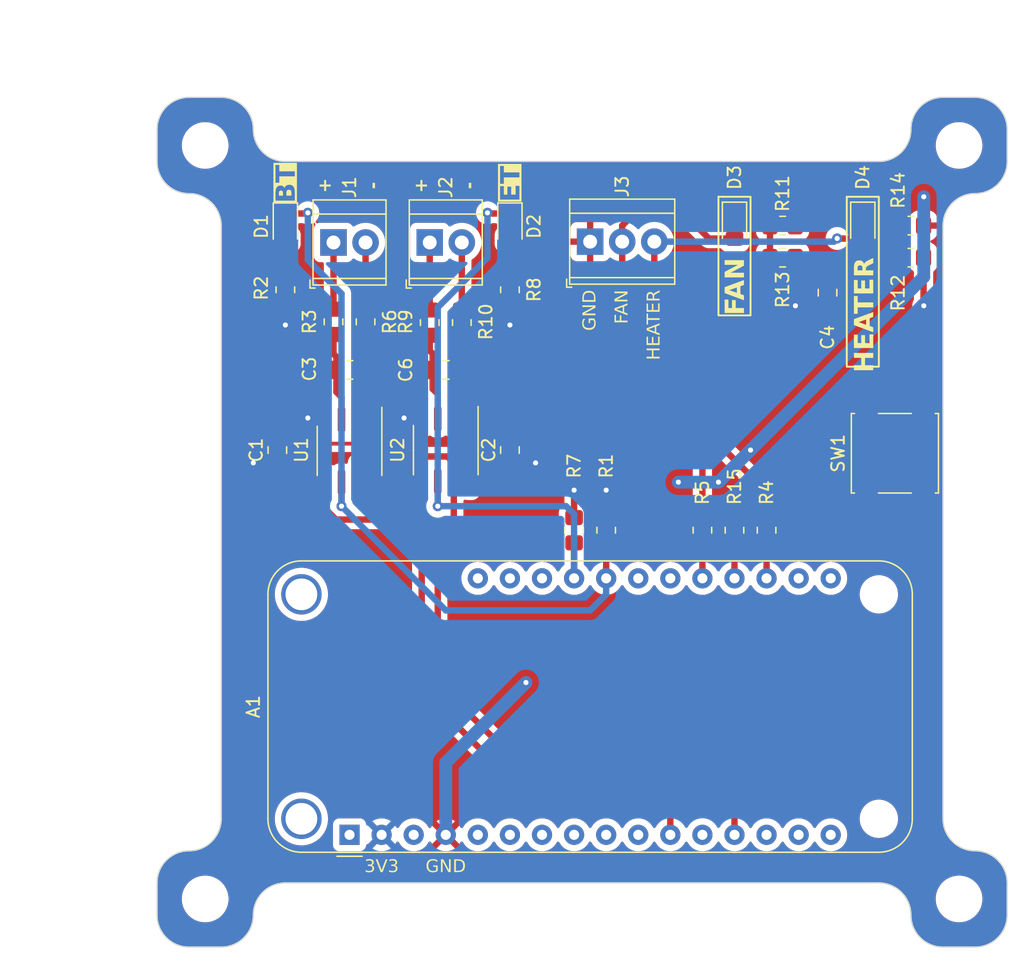
<source format=kicad_pcb>
(kicad_pcb (version 20221018) (generator pcbnew)
  (layers (0 "F.Cu" signal) (31 "B.Cu" signal) (34 "B.Paste" user) (35 "F.Paste" user) (36 "B.SilkS" user "B.Silkscreen") (37 "F.SilkS" user "F.Silkscreen") (38 "B.Mask" user) (39 "F.Mask" user) (44 "Edge.Cuts" user))
  (net 0 "")
  (net 1 "+3V3")
  (net 3 "GND")
  (net 4 "/sck")
  (net 5 "/miso")
  (net 6 "Net-(A1-A6{slash}IO14)")
  (net 7 "Net-(A1-A8{slash}IO15)")
  (net 8 "/t1_cs")
  (net 9 "/t2_cs")
  (net 12 "Net-(U1-T+)")
  (net 13 "Net-(U1-T-)")
  (net 14 "Net-(U2-T+)")
  (net 15 "Net-(U2-T-)")
  (net 16 "Net-(D1-A)")
  (net 17 "Net-(D2-A)")
  (net 18 "/fan")
  (net 19 "/heater")
  (net 20 "Net-(J1-Pin_1)")
  (net 21 "Net-(J1-Pin_2)")
  (net 22 "Net-(J2-Pin_1)")
  (net 23 "Net-(J2-Pin_2)")
  (net 24 "Net-(D3-K)")
  (net 25 "Net-(D4-K)")
  (net 39 "/button")
  (footprint "Resistor_SMD:R_0805_2012Metric_Pad1.20x1.40mm_HandSolder" (layer "F.Cu") (at 118.11 64.835 -90)
    (fp_text reference "R9" (at -0.065 1.905 90) (layer "F.SilkS"))
    (fp_text value "0")
    (fp_line (start -0.227064 -0.735) (end 0.227064 -0.735) (stroke (width 0.12)) (layer "F.SilkS"))
    (fp_line (start -0.227064 0.735) (end 0.227064 0.735) (stroke (width 0.12)) (layer "F.SilkS"))
    (pad "1" smd roundrect (at -1 0 270) (size 1.2 1.4) (layers "F.Cu" "F.Paste" "F.Mask") (roundrect_rratio 0.2083333333) (net 22 "Net-(J2-Pin_1)"))
    (pad "2" smd roundrect (at 1 0 270) (size 1.2 1.4) (layers "F.Cu" "F.Paste" "F.Mask") (roundrect_rratio 0.2083333333) (net 14 "Net-(U2-T+)"))
  )
  (footprint "LED_SMD:LED_0805_2012Metric_Pad1.15x1.40mm_HandSolder" (layer "F.Cu") (at 124.46 57.215 -90)
    (fp_text reference "D2" (at 0 -1.905 90) (layer "F.SilkS"))
    (fp_text value "LED")
    (fp_line (start -1.86 -0.96) (end -1.86 0.96) (stroke (width 0.12)) (layer "F.SilkS"))
    (fp_line (start -1.86 0.96) (end 1 0.96) (stroke (width 0.12)) (layer "F.SilkS"))
    (fp_line (start 1 -0.96) (end -1.86 -0.96) (stroke (width 0.12)) (layer "F.SilkS"))
    (pad "1" smd roundrect (at -1.025 0 270) (size 1.15 1.4) (layers "F.Cu" "F.Paste" "F.Mask") (roundrect_rratio 0.2173913043) (net 9 "/t2_cs"))
    (pad "2" smd roundrect (at 1.025 0 270) (size 1.15 1.4) (layers "F.Cu" "F.Paste" "F.Mask") (roundrect_rratio 0.2173913043) (net 17 "Net-(D2-A)"))
  )
  (footprint "Capacitor_SMD:C_0805_2012Metric_Pad1.18x1.45mm_HandSolder" (layer "F.Cu") (at 149.606 62.4625 90)
    (fp_text reference "C4" (at -3.5345 0 90) (layer "F.SilkS"))
    (fp_text value "10u")
    (fp_line (start -0.261252 -0.735) (end 0.261252 -0.735) (stroke (width 0.12)) (layer "F.SilkS"))
    (fp_line (start -0.261252 0.735) (end 0.261252 0.735) (stroke (width 0.12)) (layer "F.SilkS"))
    (pad "1" smd roundrect (at -1.0375 0 90) (size 1.175 1.45) (layers "F.Cu" "F.Paste" "F.Mask") (roundrect_rratio 0.2127659574) (net 1 "+3V3"))
    (pad "2" smd roundrect (at 1.0375 0 90) (size 1.175 1.45) (layers "F.Cu" "F.Paste" "F.Mask") (roundrect_rratio 0.2127659574) (net 3 "GND"))
  )
  (footprint "Resistor_SMD:R_0805_2012Metric_Pad1.20x1.40mm_HandSolder" (layer "F.Cu") (at 110.49 64.77 -90)
    (fp_text reference "R3" (at 0 1.905 90) (layer "F.SilkS"))
    (fp_text value "0")
    (fp_line (start -0.227064 -0.735) (end 0.227064 -0.735) (stroke (width 0.12)) (layer "F.SilkS"))
    (fp_line (start -0.227064 0.735) (end 0.227064 0.735) (stroke (width 0.12)) (layer "F.SilkS"))
    (pad "1" smd roundrect (at -1 0 270) (size 1.2 1.4) (layers "F.Cu" "F.Paste" "F.Mask") (roundrect_rratio 0.2083333333) (net 20 "Net-(J1-Pin_1)"))
    (pad "2" smd roundrect (at 1 0 270) (size 1.2 1.4) (layers "F.Cu" "F.Paste" "F.Mask") (roundrect_rratio 0.2083333333) (net 12 "Net-(U1-T+)"))
  )
  (footprint "Package_SO:SOIC-8_3.9x4.9mm_P1.27mm" (layer "F.Cu") (at 119.38 74.93 -90)
    (fp_text reference "U2" (at 0 3.81 90) (layer "F.SilkS"))
    (fp_text value "MAX31855KASA")
    (fp_line (start 0 -2.56) (end -3.45 -2.56) (stroke (width 0.12)) (layer "F.SilkS"))
    (fp_line (start 0 -2.56) (end 1.95 -2.56) (stroke (width 0.12)) (layer "F.SilkS"))
    (fp_line (start 0 2.56) (end -1.95 2.56) (stroke (width 0.12)) (layer "F.SilkS"))
    (fp_line (start 0 2.56) (end 1.95 2.56) (stroke (width 0.12)) (layer "F.SilkS"))
    (pad "1" smd roundrect (at -2.475 -1.905 270) (size 1.95 0.6) (layers "F.Cu" "F.Paste" "F.Mask") (net 3 "GND"))
    (pad "2" smd roundrect (at -2.475 -0.635 270) (size 1.95 0.6) (layers "F.Cu" "F.Paste" "F.Mask") (net 15 "Net-(U2-T-)"))
    (pad "3" smd roundrect (at -2.475 0.635 270) (size 1.95 0.6) (layers "F.Cu" "F.Paste" "F.Mask") (net 14 "Net-(U2-T+)"))
    (pad "4" smd roundrect (at -2.475 1.905 270) (size 1.95 0.6) (layers "F.Cu" "F.Paste" "F.Mask") (net 1 "+3V3"))
    (pad "5" smd roundrect (at 2.475 1.905 270) (size 1.95 0.6) (layers "F.Cu" "F.Paste" "F.Mask") (net 4 "/sck"))
    (pad "6" smd roundrect (at 2.475 0.635 270) (size 1.95 0.6) (layers "F.Cu" "F.Paste" "F.Mask") (net 9 "/t2_cs"))
    (pad "7" smd roundrect (at 2.475 -0.635 270) (size 1.95 0.6) (layers "F.Cu" "F.Paste" "F.Mask") (net 5 "/miso"))
    (pad "8" smd roundrect (at 2.475 -1.905 270) (size 1.95 0.6) (layers "F.Cu" "F.Paste" "F.Mask"))
  )
  (footprint "Capacitor_SMD:C_0805_2012Metric_Pad1.18x1.45mm_HandSolder" (layer "F.Cu") (at 124.46 74.93 90)
    (fp_text reference "C2" (at 0 -1.68 90) (layer "F.SilkS"))
    (fp_text value "10u")
    (fp_line (start -0.261252 -0.735) (end 0.261252 -0.735) (stroke (width 0.12)) (layer "F.SilkS"))
    (fp_line (start -0.261252 0.735) (end 0.261252 0.735) (stroke (width 0.12)) (layer "F.SilkS"))
    (pad "1" smd roundrect (at -1.0375 0 90) (size 1.175 1.45) (layers "F.Cu" "F.Paste" "F.Mask") (roundrect_rratio 0.2127659574) (net 1 "+3V3"))
    (pad "2" smd roundrect (at 1.0375 0 90) (size 1.175 1.45) (layers "F.Cu" "F.Paste" "F.Mask") (roundrect_rratio 0.2127659574) (net 3 "GND"))
  )
  (footprint "Resistor_SMD:R_0805_2012Metric_Pad1.20x1.40mm_HandSolder" (layer "F.Cu") (at 124.46 62.23 -90)
    (fp_text reference "R8" (at 0 -1.905 90) (layer "F.SilkS"))
    (fp_text value "330")
    (fp_line (start -0.227064 -0.735) (end 0.227064 -0.735) (stroke (width 0.12)) (layer "F.SilkS"))
    (fp_line (start -0.227064 0.735) (end 0.227064 0.735) (stroke (width 0.12)) (layer "F.SilkS"))
    (pad "1" smd roundrect (at -1 0 270) (size 1.2 1.4) (layers "F.Cu" "F.Paste" "F.Mask") (roundrect_rratio 0.2083333333) (net 17 "Net-(D2-A)"))
    (pad "2" smd roundrect (at 1 0 270) (size 1.2 1.4) (layers "F.Cu" "F.Paste" "F.Mask") (roundrect_rratio 0.2083333333) (net 1 "+3V3"))
  )
  (footprint "Resistor_SMD:R_0805_2012Metric_Pad1.20x1.40mm_HandSolder" (layer "F.Cu") (at 146.05 57.15 180)
    (fp_text reference "R13" (at 0 -5.08 90) (layer "F.SilkS"))
    (fp_text value "330")
    (fp_line (start -0.227064 -0.735) (end 0.227064 -0.735) (stroke (width 0.12)) (layer "F.SilkS"))
    (fp_line (start -0.227064 0.735) (end 0.227064 0.735) (stroke (width 0.12)) (layer "F.SilkS"))
    (pad "1" smd roundrect (at -1 0 180) (size 1.2 1.4) (layers "F.Cu" "F.Paste" "F.Mask") (roundrect_rratio 0.2083333333) (net 3 "GND"))
    (pad "2" smd roundrect (at 1 0 180) (size 1.2 1.4) (layers "F.Cu" "F.Paste" "F.Mask") (roundrect_rratio 0.2083333333) (net 24 "Net-(D3-K)"))
  )
  (footprint "LED_SMD:LED_0805_2012Metric_Pad1.15x1.40mm_HandSolder" (layer "F.Cu") (at 106.68 57.215 -90)
    (fp_text reference "D1" (at 0 1.905 90) (layer "F.SilkS"))
    (fp_text value "LED")
    (fp_line (start -1.86 -0.96) (end -1.86 0.96) (stroke (width 0.12)) (layer "F.SilkS"))
    (fp_line (start -1.86 0.96) (end 1 0.96) (stroke (width 0.12)) (layer "F.SilkS"))
    (fp_line (start 1 -0.96) (end -1.86 -0.96) (stroke (width 0.12)) (layer "F.SilkS"))
    (pad "1" smd roundrect (at -1.025 0 270) (size 1.15 1.4) (layers "F.Cu" "F.Paste" "F.Mask") (roundrect_rratio 0.2173913043) (net 8 "/t1_cs"))
    (pad "2" smd roundrect (at 1.025 0 270) (size 1.15 1.4) (layers "F.Cu" "F.Paste" "F.Mask") (roundrect_rratio 0.2173913043) (net 16 "Net-(D1-A)"))
  )
  (footprint "LED_SMD:LED_0805_2012Metric_Pad1.15x1.40mm_HandSolder" (layer "F.Cu") (at 142.24 57.15 -90)
    (fp_text reference "D3" (at -3.81 0 90) (layer "F.SilkS"))
    (fp_text value "LED")
    (fp_line (start -1.86 -0.96) (end -1.86 0.96) (stroke (width 0.12)) (layer "F.SilkS"))
    (fp_line (start -1.86 0.96) (end 1 0.96) (stroke (width 0.12)) (layer "F.SilkS"))
    (fp_line (start 1 -0.96) (end -1.86 -0.96) (stroke (width 0.12)) (layer "F.SilkS"))
    (pad "1" smd roundrect (at -1.025 0 270) (size 1.15 1.4) (layers "F.Cu" "F.Paste" "F.Mask") (roundrect_rratio 0.2173913043) (net 24 "Net-(D3-K)"))
    (pad "2" smd roundrect (at 1.025 0 270) (size 1.15 1.4) (layers "F.Cu" "F.Paste" "F.Mask") (roundrect_rratio 0.2173913043) (net 18 "/fan"))
  )
  (footprint "MountingHole:MountingHole_3.2mm_M3" (layer "F.Cu") (at 160.02 110.49)
    (fp_text reference "H7" hide)
    (fp_text value "MountingHole")
    (pad "" np_thru_hole circle (at 0 0) (size 3.2 3.2) (drill 3.2) (layers "*.Cu" "*.Mask"))
  )
  (footprint "TerminalBlock_TE-Connectivity:TerminalBlock_TE_282834-3_1x03_P2.54mm_Horizontal" (layer "F.Cu") (at 130.81 58.42)
    (fp_text reference "J3" (at 2.54 -4.37 90) (layer "F.SilkS"))
    (fp_text value "Screw_Terminal_01x03")
    (fp_line (start -1.86 2.97) (end -1.86 3.61) (stroke (width 0.12)) (layer "F.SilkS"))
    (fp_line (start -1.86 3.61) (end -1.46 3.61) (stroke (width 0.12)) (layer "F.SilkS"))
    (fp_line (start -1.62 -3.37) (end -1.62 3.37) (stroke (width 0.12)) (layer "F.SilkS"))
    (fp_line (start -1.62 -3.37) (end 6.7 -3.37) (stroke (width 0.12)) (layer "F.SilkS"))
    (fp_line (start -1.62 -2.25) (end 6.7 -2.25) (stroke (width 0.12)) (layer "F.SilkS"))
    (fp_line (start -1.62 2.85) (end 6.7 2.85) (stroke (width 0.12)) (layer "F.SilkS"))
    (fp_line (start -1.62 3.37) (end 6.7 3.37) (stroke (width 0.12)) (layer "F.SilkS"))
    (fp_line (start 6.7 -3.37) (end 6.7 3.37) (stroke (width 0.12)) (layer "F.SilkS"))
    (pad "1" thru_hole rect (at 0 0) (size 2.1 2.1) (drill 1.1) (layers "*.Cu" "*.Mask") (net 3 "GND"))
    (pad "2" thru_hole circle (at 2.54 0) (size 2.1 2.1) (drill 1.1) (layers "*.Cu" "*.Mask") (net 18 "/fan"))
    (pad "3" thru_hole circle (at 5.08 0) (size 2.1 2.1) (drill 1.1) (layers "*.Cu" "*.Mask") (net 19 "/heater"))
  )
  (footprint "Resistor_SMD:R_0805_2012Metric_Pad1.20x1.40mm_HandSolder" (layer "F.Cu") (at 106.68 62.23 -90)
    (fp_text reference "R2" (at -0.127 1.905 90) (layer "F.SilkS"))
    (fp_text value "330")
    (fp_line (start -0.227064 -0.735) (end 0.227064 -0.735) (stroke (width 0.12)) (layer "F.SilkS"))
    (fp_line (start -0.227064 0.735) (end 0.227064 0.735) (stroke (width 0.12)) (layer "F.SilkS"))
    (pad "1" smd roundrect (at -1 0 270) (size 1.2 1.4) (layers "F.Cu" "F.Paste" "F.Mask") (roundrect_rratio 0.2083333333) (net 16 "Net-(D1-A)"))
    (pad "2" smd roundrect (at 1 0 270) (size 1.2 1.4) (layers "F.Cu" "F.Paste" "F.Mask") (roundrect_rratio 0.2083333333) (net 1 "+3V3"))
  )
  (footprint "TerminalBlock_TE-Connectivity:TerminalBlock_TE_282834-2_1x02_P2.54mm_Horizontal" (layer "F.Cu") (at 110.49 58.485)
    (fp_text reference "J1" (at 1.27 -4.37 90) (layer "F.SilkS"))
    (fp_text value "Screw_Terminal_01x02")
    (fp_line (start -1.86 2.97) (end -1.86 3.61) (stroke (width 0.12)) (layer "F.SilkS"))
    (fp_line (start -1.86 3.61) (end -1.46 3.61) (stroke (width 0.12)) (layer "F.SilkS"))
    (fp_line (start -1.62 -3.37) (end -1.62 3.37) (stroke (width 0.12)) (layer "F.SilkS"))
    (fp_line (start -1.62 -3.37) (end 4.16 -3.37) (stroke (width 0.12)) (layer "F.SilkS"))
    (fp_line (start -1.62 -2.25) (end 4.16 -2.25) (stroke (width 0.12)) (layer "F.SilkS"))
    (fp_line (start -1.62 2.85) (end 4.16 2.85) (stroke (width 0.12)) (layer "F.SilkS"))
    (fp_line (start -1.62 3.37) (end 4.16 3.37) (stroke (width 0.12)) (layer "F.SilkS"))
    (fp_line (start 4.16 -3.37) (end 4.16 3.37) (stroke (width 0.12)) (layer "F.SilkS"))
    (pad "1" thru_hole rect (at 0 0) (size 2.1 2.1) (drill 1.1) (layers "*.Cu" "*.Mask") (net 20 "Net-(J1-Pin_1)"))
    (pad "2" thru_hole circle (at 2.54 0) (size 2.1 2.1) (drill 1.1) (layers "*.Cu" "*.Mask") (net 21 "Net-(J1-Pin_2)"))
  )
  (footprint "Capacitor_SMD:C_0805_2012Metric_Pad1.18x1.45mm_HandSolder" (layer "F.Cu") (at 111.76 68.58)
    (fp_text reference "C3" (at -3.175 -0.065 90) (layer "F.SilkS"))
    (fp_text value "10n")
    (fp_line (start -0.261252 -0.735) (end 0.261252 -0.735) (stroke (width 0.12)) (layer "F.SilkS"))
    (fp_line (start -0.261252 0.735) (end 0.261252 0.735) (stroke (width 0.12)) (layer "F.SilkS"))
    (pad "1" smd roundrect (at -1.0375 0) (size 1.175 1.45) (layers "F.Cu" "F.Paste" "F.Mask") (roundrect_rratio 0.2127659574) (net 12 "Net-(U1-T+)"))
    (pad "2" smd roundrect (at 1.0375 0) (size 1.175 1.45) (layers "F.Cu" "F.Paste" "F.Mask") (roundrect_rratio 0.2127659574) (net 13 "Net-(U1-T-)"))
  )
  (footprint "Resistor_SMD:R_0805_2012Metric_Pad1.20x1.40mm_HandSolder" (layer "F.Cu") (at 156.21 59.69 180)
    (fp_text reference "R12" (at 1.016 -2.794 90) (layer "F.SilkS"))
    (fp_text value "330")
    (fp_line (start -0.227064 -0.735) (end 0.227064 -0.735) (stroke (width 0.12)) (layer "F.SilkS"))
    (fp_line (start -0.227064 0.735) (end 0.227064 0.735) (stroke (width 0.12)) (layer "F.SilkS"))
    (pad "1" smd roundrect (at -1 0 180) (size 1.2 1.4) (layers "F.Cu" "F.Paste" "F.Mask") (roundrect_rratio 0.2083333333) (net 1 "+3V3"))
    (pad "2" smd roundrect (at 1 0 180) (size 1.2 1.4) (layers "F.Cu" "F.Paste" "F.Mask") (roundrect_rratio 0.2083333333) (net 25 "Net-(D4-K)"))
  )
  (footprint "Resistor_SMD:R_0805_2012Metric_Pad1.20x1.40mm_HandSolder" (layer "F.Cu") (at 144.78 81.28 90)
    (fp_text reference "R4" (at 1.905 0 90) (layer "F.SilkS") (effects (justify left)))
    (fp_text value "100")
    (fp_line (start -0.227064 -0.735) (end 0.227064 -0.735) (stroke (width 0.12)) (layer "F.SilkS"))
    (fp_line (start -0.227064 0.735) (end 0.227064 0.735) (stroke (width 0.12)) (layer "F.SilkS"))
    (pad "1" smd roundrect (at -1 0 90) (size 1.2 1.4) (layers "F.Cu" "F.Paste" "F.Mask") (roundrect_rratio 0.2083333333) (net 6 "Net-(A1-A6{slash}IO14)"))
    (pad "2" smd roundrect (at 1 0 90) (size 1.2 1.4) (layers "F.Cu" "F.Paste" "F.Mask") (roundrect_rratio 0.2083333333) (net 19 "/heater"))
  )
  (footprint "Resistor_SMD:R_0805_2012Metric_Pad1.20x1.40mm_HandSolder" (layer "F.Cu") (at 142.24 81.28 90)
    (fp_text reference "R15" (at 1.905 0 90) (layer "F.SilkS") (effects (justify left)))
    (fp_text value "330")
    (fp_line (start -0.227064 -0.735) (end 0.227064 -0.735) (stroke (width 0.12)) (layer "F.SilkS"))
    (fp_line (start -0.227064 0.735) (end 0.227064 0.735) (stroke (width 0.12)) (layer "F.SilkS"))
    (pad "1" smd roundrect (at -1 0 90) (size 1.2 1.4) (layers "F.Cu" "F.Paste" "F.Mask") (roundrect_rratio 0.2083333333) (net 39 "/button"))
    (pad "2" smd roundrect (at 1 0 90) (size 1.2 1.4) (layers "F.Cu" "F.Paste" "F.Mask") (roundrect_rratio 0.2083333333) (net 3 "GND"))
  )
  (footprint "MountingHole:MountingHole_3.2mm_M3" (layer "F.Cu") (at 100.33 50.8)
    (fp_text reference "H5" hide)
    (fp_text value "MountingHole")
    (pad "" np_thru_hole circle (at 0 0) (size 3.2 3.2) (drill 3.2) (layers "*.Cu" "*.Mask"))
  )
  (footprint "MountingHole:MountingHole_2.5mm" (layer "F.Cu") (at 107.95 104.14)
    (fp_text reference "H4" hide)
    (fp_text value "MountingHole")
    (pad "" np_thru_hole circle (at 0 0) (size 2.5 2.5) (drill 2.5) (layers "*.Cu" "*.Mask"))
  )
  (footprint "MountingHole:MountingHole_3.2mm_M3" (layer "F.Cu") (at 160.02 50.8)
    (fp_text reference "H6" hide)
    (fp_text value "MountingHole")
    (pad "" np_thru_hole circle (at 0 0) (size 3.2 3.2) (drill 3.2) (layers "*.Cu" "*.Mask"))
  )
  (footprint "Button_Switch_SMD:SW_SPST_B3S-1000" (layer "F.Cu") (at 154.94 75.184 90)
    (fp_text reference "SW1" (at 0 -4.5 90) (layer "F.SilkS"))
    (fp_text value "SW_Push")
    (fp_line (start -3.15 -3.45) (end 3.15 -3.45) (stroke (width 0.12)) (layer "F.SilkS"))
    (fp_line (start -3.15 -3.2) (end -3.15 -3.45) (stroke (width 0.12)) (layer "F.SilkS"))
    (fp_line (start -3.15 1.3) (end -3.15 -1.3) (stroke (width 0.12)) (layer "F.SilkS"))
    (fp_line (start -3.15 3.45) (end -3.15 3.2) (stroke (width 0.12)) (layer "F.SilkS"))
    (fp_line (start 3.15 -3.45) (end 3.15 -3.2) (stroke (width 0.12)) (layer "F.SilkS"))
    (fp_line (start 3.15 -1.3) (end 3.15 1.3) (stroke (width 0.12)) (layer "F.SilkS"))
    (fp_line (start 3.15 3.2) (end 3.15 3.45) (stroke (width 0.12)) (layer "F.SilkS"))
    (fp_line (start 3.15 3.45) (end -3.15 3.45) (stroke (width 0.12)) (layer "F.SilkS"))
    (pad "1" smd rect (at -3.975 -2.25 90) (size 1.55 1.3) (layers "F.Cu" "F.Paste" "F.Mask") (net 39 "/button"))
    (pad "1" smd rect (at 3.975 -2.25 90) (size 1.55 1.3) (layers "F.Cu" "F.Paste" "F.Mask") (net 39 "/button"))
    (pad "2" smd rect (at -3.975 2.25 90) (size 1.55 1.3) (layers "F.Cu" "F.Paste" "F.Mask") (net 1 "+3V3"))
    (pad "2" smd rect (at 3.975 2.25 90) (size 1.55 1.3) (layers "F.Cu" "F.Paste" "F.Mask") (net 1 "+3V3"))
  )
  (footprint "LED_SMD:LED_0805_2012Metric_Pad1.15x1.40mm_HandSolder" (layer "F.Cu") (at 152.4 57.15 -90)
    (fp_text reference "D4" (at -3.81 0 90) (layer "F.SilkS"))
    (fp_text value "LED")
    (fp_line (start -1.86 -0.96) (end -1.86 0.96) (stroke (width 0.12)) (layer "F.SilkS"))
    (fp_line (start -1.86 0.96) (end 1 0.96) (stroke (width 0.12)) (layer "F.SilkS"))
    (fp_line (start 1 -0.96) (end -1.86 -0.96) (stroke (width 0.12)) (layer "F.SilkS"))
    (pad "1" smd roundrect (at -1.025 0 270) (size 1.15 1.4) (layers "F.Cu" "F.Paste" "F.Mask") (roundrect_rratio 0.2173913043) (net 25 "Net-(D4-K)"))
    (pad "2" smd roundrect (at 1.025 0 270) (size 1.15 1.4) (layers "F.Cu" "F.Paste" "F.Mask") (roundrect_rratio 0.2173913043) (net 19 "/heater"))
  )
  (footprint "Resistor_SMD:R_0805_2012Metric_Pad1.20x1.40mm_HandSolder" (layer "F.Cu") (at 129.54 81.28 90)
    (fp_text reference "R7" (at 5.08 0 90) (layer "F.SilkS"))
    (fp_text value "5.1k")
    (fp_line (start -0.227064 -0.735) (end 0.227064 -0.735) (stroke (width 0.12)) (layer "F.SilkS"))
    (fp_line (start -0.227064 0.735) (end 0.227064 0.735) (stroke (width 0.12)) (layer "F.SilkS"))
    (pad "1" smd roundrect (at -1 0 90) (size 1.2 1.4) (layers "F.Cu" "F.Paste" "F.Mask") (roundrect_rratio 0.2083333333) (net 9 "/t2_cs"))
    (pad "2" smd roundrect (at 1 0 90) (size 1.2 1.4) (layers "F.Cu" "F.Paste" "F.Mask") (roundrect_rratio 0.2083333333) (net 1 "+3V3"))
  )
  (footprint "Resistor_SMD:R_0805_2012Metric_Pad1.20x1.40mm_HandSolder" (layer "F.Cu") (at 132.08 81.28 90)
    (fp_text reference "R1" (at 5.08 0 90) (layer "F.SilkS"))
    (fp_text value "5.1k")
    (fp_line (start -0.227064 -0.735) (end 0.227064 -0.735) (stroke (width 0.12)) (layer "F.SilkS"))
    (fp_line (start -0.227064 0.735) (end 0.227064 0.735) (stroke (width 0.12)) (layer "F.SilkS"))
    (pad "1" smd roundrect (at -1 0 90) (size 1.2 1.4) (layers "F.Cu" "F.Paste" "F.Mask") (roundrect_rratio 0.2083333333) (net 8 "/t1_cs"))
    (pad "2" smd roundrect (at 1 0 90) (size 1.2 1.4) (layers "F.Cu" "F.Paste" "F.Mask") (roundrect_rratio 0.2083333333) (net 1 "+3V3"))
  )
  (footprint "MountingHole:MountingHole_2.5mm" (layer "F.Cu") (at 107.95 86.36)
    (fp_text reference "H1" hide)
    (fp_text value "MountingHole")
    (pad "" np_thru_hole circle (at 0 0) (size 2.5 2.5) (drill 2.5) (layers "*.Cu" "*.Mask"))
  )
  (footprint "Module:Adafruit_Feather_WithMountingHoles" (layer "F.Cu") (at 111.76 105.41 90)
    (fp_text reference "A1" (at 10.16 -7.62 90) (layer "F.SilkS"))
    (fp_text value "Adafruit_Feather_HUZZAH32_ESP32")
    (fp_line (start -1.7 1) (end -1.7 -1) (stroke (width 0.12)) (layer "F.SilkS"))
    (fp_line (start -1.38 -3.81) (end -1.38 41.91) (stroke (width 0.12)) (layer "F.SilkS"))
    (fp_line (start 19.05 -6.46) (end 1.27 -6.46) (stroke (width 0.12)) (layer "F.SilkS"))
    (fp_line (start 19.05 44.56) (end 1.27 44.56) (stroke (width 0.12)) (layer "F.SilkS"))
    (fp_line (start 21.7 -3.81) (end 21.7 41.91) (stroke (width 0.12)) (layer "F.SilkS"))
    (fp_arc (start -1.38 -3.81) (mid -0.603833 -5.683833) (end 1.27 -6.46) (stroke (width 0.12)) (layer "F.SilkS"))
    (fp_arc (start 1.27 44.56) (mid -0.603833 43.783833) (end -1.38 41.91) (stroke (width 0.12)) (layer "F.SilkS"))
    (fp_arc (start 19.05 -6.46) (mid 20.923833 -5.683833) (end 21.7 -3.81) (stroke (width 0.12)) (layer "F.SilkS"))
    (fp_arc (start 21.7 41.91) (mid 20.923833 43.783833) (end 19.05 44.56) (stroke (width 0.12)) (layer "F.SilkS"))
    (pad "" np_thru_hole circle (at 1.27 -3.81) (size 3.2 3.2) (drill 2.5) (layers "*.Cu" "*.Mask"))
    (pad "" np_thru_hole circle (at 1.27 41.91) (size 2.54 2.54) (drill 2.54) (layers "*.Cu" "*.Mask"))
    (pad "" np_thru_hole circle (at 19.05 -3.81) (size 3.2 3.2) (drill 2.5) (layers "*.Cu" "*.Mask"))
    (pad "" np_thru_hole circle (at 19.05 41.91) (size 2.54 2.54) (drill 2.54) (layers "*.Cu" "*.Mask"))
    (pad "1" thru_hole rect (at 0 0 270) (size 1.6 1.6) (drill 0.8) (layers "*.Cu" "*.Mask"))
    (pad "2" thru_hole circle (at 0 2.54 270) (size 1.6 1.6) (drill 0.8) (layers "*.Cu" "*.Mask") (net 1 "+3V3"))
    (pad "3" thru_hole circle (at 0 5.08 270) (size 1.6 1.6) (drill 0.8) (layers "*.Cu" "*.Mask"))
    (pad "4" thru_hole circle (at 0 7.62 270) (size 1.6 1.6) (drill 0.8) (layers "*.Cu" "*.Mask") (net 3 "GND"))
    (pad "5" thru_hole circle (at 0 10.16 270) (size 1.6 1.6) (drill 0.8) (layers "*.Cu" "*.Mask"))
    (pad "6" thru_hole circle (at 0 12.7 270) (size 1.6 1.6) (drill 0.8) (layers "*.Cu" "*.Mask"))
    (pad "7" thru_hole circle (at 0 15.24 270) (size 1.6 1.6) (drill 0.8) (layers "*.Cu" "*.Mask"))
    (pad "8" thru_hole circle (at 0 17.78 270) (size 1.6 1.6) (drill 0.8) (layers "*.Cu" "*.Mask"))
    (pad "9" thru_hole circle (at 0 20.32 270) (size 1.6 1.6) (drill 0.8) (layers "*.Cu" "*.Mask"))
    (pad "10" thru_hole circle (at 0 22.86 270) (size 1.6 1.6) (drill 0.8) (layers "*.Cu" "*.Mask"))
    (pad "11" thru_hole circle (at 0 25.4 270) (size 1.6 1.6) (drill 0.8) (layers "*.Cu" "*.Mask") (net 4 "/sck"))
    (pad "12" thru_hole circle (at 0 27.94 270) (size 1.6 1.6) (drill 0.8) (layers "*.Cu" "*.Mask"))
    (pad "13" thru_hole circle (at 0 30.48 270) (size 1.6 1.6) (drill 0.8) (layers "*.Cu" "*.Mask") (net 5 "/miso"))
    (pad "14" thru_hole circle (at 0 33.02 270) (size 1.6 1.6) (drill 0.8) (layers "*.Cu" "*.Mask"))
    (pad "15" thru_hole circle (at 0 35.56 270) (size 1.6 1.6) (drill 0.8) (layers "*.Cu" "*.Mask"))
    (pad "16" thru_hole circle (at 0 38.1 270) (size 1.6 1.6) (drill 0.8) (layers "*.Cu" "*.Mask"))
    (pad "17" thru_hole circle (at 20.32 38.1 270) (size 1.6 1.6) (drill 0.8) (layers "*.Cu" "*.Mask"))
    (pad "18" thru_hole circle (at 20.32 35.56 270) (size 1.6 1.6) (drill 0.8) (layers "*.Cu" "*.Mask"))
    (pad "19" thru_hole circle (at 20.32 33.02 270) (size 1.6 1.6) (drill 0.8) (layers "*.Cu" "*.Mask") (net 6 "Net-(A1-A6{slash}IO14)"))
    (pad "20" thru_hole circle (at 20.32 30.48 270) (size 1.6 1.6) (drill 0.8) (layers "*.Cu" "*.Mask") (net 39 "/button"))
    (pad "21" thru_hole circle (at 20.32 27.94 270) (size 1.6 1.6) (drill 0.8) (layers "*.Cu" "*.Mask") (net 7 "Net-(A1-A8{slash}IO15)"))
    (pad "22" thru_hole circle (at 20.32 25.4 270) (size 1.6 1.6) (drill 0.8) (layers "*.Cu" "*.Mask"))
    (pad "23" thru_hole circle (at 20.32 22.86 270) (size 1.6 1.6) (drill 0.8) (layers "*.Cu" "*.Mask"))
    (pad "24" thru_hole circle (at 20.32 20.32 270) (size 1.6 1.6) (drill 0.8) (layers "*.Cu" "*.Mask") (net 8 "/t1_cs"))
    (pad "25" thru_hole circle (at 20.32 17.78 270) (size 1.6 1.6) (drill 0.8) (layers "*.Cu" "*.Mask") (net 9 "/t2_cs"))
    (pad "26" thru_hole circle (at 20.32 15.24 270) (size 1.6 1.6) (drill 0.8) (layers "*.Cu" "*.Mask"))
    (pad "27" thru_hole circle (at 20.32 12.7 270) (size 1.6 1.6) (drill 0.8) (layers "*.Cu" "*.Mask"))
    (pad "28" thru_hole circle (at 20.32 10.16 270) (size 1.6 1.6) (drill 0.8) (layers "*.Cu" "*.Mask"))
  )
  (footprint "MountingHole:MountingHole_3.2mm_M3" (layer "F.Cu") (at 100.33 110.49)
    (fp_text reference "H8" hide)
    (fp_text value "MountingHole")
    (pad "" np_thru_hole circle (at 0 0) (size 3.2 3.2) (drill 3.2) (layers "*.Cu" "*.Mask"))
  )
  (footprint "TerminalBlock_TE-Connectivity:TerminalBlock_TE_282834-2_1x02_P2.54mm_Horizontal" (layer "F.Cu") (at 118.11 58.485)
    (fp_text reference "J2" (at 1.27 -4.37 90) (layer "F.SilkS"))
    (fp_text value "Screw_Terminal_01x02")
    (fp_line (start -1.86 2.97) (end -1.86 3.61) (stroke (width 0.12)) (layer "F.SilkS"))
    (fp_line (start -1.86 3.61) (end -1.46 3.61) (stroke (width 0.12)) (layer "F.SilkS"))
    (fp_line (start -1.62 -3.37) (end -1.62 3.37) (stroke (width 0.12)) (layer "F.SilkS"))
    (fp_line (start -1.62 -3.37) (end 4.16 -3.37) (stroke (width 0.12)) (layer "F.SilkS"))
    (fp_line (start -1.62 -2.25) (end 4.16 -2.25) (stroke (width 0.12)) (layer "F.SilkS"))
    (fp_line (start -1.62 2.85) (end 4.16 2.85) (stroke (width 0.12)) (layer "F.SilkS"))
    (fp_line (start -1.62 3.37) (end 4.16 3.37) (stroke (width 0.12)) (layer "F.SilkS"))
    (fp_line (start 4.16 -3.37) (end 4.16 3.37) (stroke (width 0.12)) (layer "F.SilkS"))
    (pad "1" thru_hole rect (at 0 0) (size 2.1 2.1) (drill 1.1) (layers "*.Cu" "*.Mask") (net 22 "Net-(J2-Pin_1)"))
    (pad "2" thru_hole circle (at 2.54 0) (size 2.1 2.1) (drill 1.1) (layers "*.Cu" "*.Mask") (net 23 "Net-(J2-Pin_2)"))
  )
  (footprint "MountingHole:MountingHole_2.5mm" (layer "F.Cu") (at 153.67 104.14)
    (fp_text reference "H3" hide)
    (fp_text value "MountingHole")
    (pad "" np_thru_hole circle (at 0 0) (size 2.5 2.5) (drill 2.5) (layers "*.Cu" "*.Mask"))
  )
  (footprint "Resistor_SMD:R_0805_2012Metric_Pad1.20x1.40mm_HandSolder" (layer "F.Cu") (at 156.21 57.15 180)
    (fp_text reference "R14" (at 1.016 2.794 90) (layer "F.SilkS"))
    (fp_text value "330")
    (fp_line (start -0.227064 -0.735) (end 0.227064 -0.735) (stroke (width 0.12)) (layer "F.SilkS"))
    (fp_line (start -0.227064 0.735) (end 0.227064 0.735) (stroke (width 0.12)) (layer "F.SilkS"))
    (pad "1" smd roundrect (at -1 0 180) (size 1.2 1.4) (layers "F.Cu" "F.Paste" "F.Mask") (roundrect_rratio 0.2083333333) (net 3 "GND"))
    (pad "2" smd roundrect (at 1 0 180) (size 1.2 1.4) (layers "F.Cu" "F.Paste" "F.Mask") (roundrect_rratio 0.2083333333) (net 25 "Net-(D4-K)"))
  )
  (footprint "Resistor_SMD:R_0805_2012Metric_Pad1.20x1.40mm_HandSolder" (layer "F.Cu") (at 139.7 81.28 90)
    (fp_text reference "R5" (at 1.905 0 90) (layer "F.SilkS") (effects (justify left)))
    (fp_text value "100")
    (fp_line (start -0.227064 -0.735) (end 0.227064 -0.735) (stroke (width 0.12)) (layer "F.SilkS"))
    (fp_line (start -0.227064 0.735) (end 0.227064 0.735) (stroke (width 0.12)) (layer "F.SilkS"))
    (pad "1" smd roundrect (at -1 0 90) (size 1.2 1.4) (layers "F.Cu" "F.Paste" "F.Mask") (roundrect_rratio 0.2083333333) (net 7 "Net-(A1-A8{slash}IO15)"))
    (pad "2" smd roundrect (at 1 0 90) (size 1.2 1.4) (layers "F.Cu" "F.Paste" "F.Mask") (roundrect_rratio 0.2083333333) (net 18 "/fan"))
  )
  (footprint "Resistor_SMD:R_0805_2012Metric_Pad1.20x1.40mm_HandSolder" (layer "F.Cu") (at 120.65 64.835 -90)
    (fp_text reference "R10" (at -0.065 -1.905 90) (layer "F.SilkS"))
    (fp_text value "0")
    (fp_line (start -0.227064 -0.735) (end 0.227064 -0.735) (stroke (width 0.12)) (layer "F.SilkS"))
    (fp_line (start -0.227064 0.735) (end 0.227064 0.735) (stroke (width 0.12)) (layer "F.SilkS"))
    (pad "1" smd roundrect (at -1 0 270) (size 1.2 1.4) (layers "F.Cu" "F.Paste" "F.Mask") (roundrect_rratio 0.2083333333) (net 23 "Net-(J2-Pin_2)"))
    (pad "2" smd roundrect (at 1 0 270) (size 1.2 1.4) (layers "F.Cu" "F.Paste" "F.Mask") (roundrect_rratio 0.2083333333) (net 15 "Net-(U2-T-)"))
  )
  (footprint "Capacitor_SMD:C_0805_2012Metric_Pad1.18x1.45mm_HandSolder" (layer "F.Cu") (at 106.045 74.93 90)
    (fp_text reference "C1" (at 0 -1.68 90) (layer "F.SilkS"))
    (fp_text value "10u")
    (fp_line (start -0.261252 -0.735) (end 0.261252 -0.735) (stroke (width 0.12)) (layer "F.SilkS"))
    (fp_line (start -0.261252 0.735) (end 0.261252 0.735) (stroke (width 0.12)) (layer "F.SilkS"))
    (pad "1" smd roundrect (at -1.0375 0 90) (size 1.175 1.45) (layers "F.Cu" "F.Paste" "F.Mask") (roundrect_rratio 0.2127659574) (net 1 "+3V3"))
    (pad "2" smd roundrect (at 1.0375 0 90) (size 1.175 1.45) (layers "F.Cu" "F.Paste" "F.Mask") (roundrect_rratio 0.2127659574) (net 3 "GND"))
  )
  (footprint "Resistor_SMD:R_0805_2012Metric_Pad1.20x1.40mm_HandSolder" (layer "F.Cu") (at 146.05 59.69)
    (fp_text reference "R11" (at 0 -5.08 90) (layer "F.SilkS"))
    (fp_text value "330")
    (fp_line (start -0.227064 -0.735) (end 0.227064 -0.735) (stroke (width 0.12)) (layer "F.SilkS"))
    (fp_line (start -0.227064 0.735) (end 0.227064 0.735) (stroke (width 0.12)) (layer "F.SilkS"))
    (pad "1" smd roundrect (at -1 0) (size 1.2 1.4) (layers "F.Cu" "F.Paste" "F.Mask") (roundrect_rratio 0.2083333333) (net 24 "Net-(D3-K)"))
    (pad "2" smd roundrect (at 1 0) (size 1.2 1.4) (layers "F.Cu" "F.Paste" "F.Mask") (roundrect_rratio 0.2083333333) (net 1 "+3V3"))
  )
  (footprint "Package_SO:SOIC-8_3.9x4.9mm_P1.27mm" (layer "F.Cu") (at 111.76 74.995 -90)
    (fp_text reference "U1" (at -0.065 3.81 90) (layer "F.SilkS"))
    (fp_text value "MAX31855KASA")
    (fp_line (start 0 -2.56) (end -3.45 -2.56) (stroke (width 0.12)) (layer "F.SilkS"))
    (fp_line (start 0 -2.56) (end 1.95 -2.56) (stroke (width 0.12)) (layer "F.SilkS"))
    (fp_line (start 0 2.56) (end -1.95 2.56) (stroke (width 0.12)) (layer "F.SilkS"))
    (fp_line (start 0 2.56) (end 1.95 2.56) (stroke (width 0.12)) (layer "F.SilkS"))
    (pad "1" smd roundrect (at -2.475 -1.905 270) (size 1.95 0.6) (layers "F.Cu" "F.Paste" "F.Mask") (net 3 "GND"))
    (pad "2" smd roundrect (at -2.475 -0.635 270) (size 1.95 0.6) (layers "F.Cu" "F.Paste" "F.Mask") (net 13 "Net-(U1-T-)"))
    (pad "3" smd roundrect (at -2.475 0.635 270) (size 1.95 0.6) (layers "F.Cu" "F.Paste" "F.Mask") (net 12 "Net-(U1-T+)"))
    (pad "4" smd roundrect (at -2.475 1.905 270) (size 1.95 0.6) (layers "F.Cu" "F.Paste" "F.Mask") (net 1 "+3V3"))
    (pad "5" smd roundrect (at 2.475 1.905 270) (size 1.95 0.6) (layers "F.Cu" "F.Paste" "F.Mask") (net 4 "/sck"))
    (pad "6" smd roundrect (at 2.475 0.635 270) (size 1.95 0.6) (layers "F.Cu" "F.Paste" "F.Mask") (net 8 "/t1_cs"))
    (pad "7" smd roundrect (at 2.475 -0.635 270) (size 1.95 0.6) (layers "F.Cu" "F.Paste" "F.Mask") (net 5 "/miso"))
    (pad "8" smd roundrect (at 2.475 -1.905 270) (size 1.95 0.6) (layers "F.Cu" "F.Paste" "F.Mask"))
  )
  (footprint "Capacitor_SMD:C_0805_2012Metric_Pad1.18x1.45mm_HandSolder" (layer "F.Cu") (at 119.38 68.58)
    (fp_text reference "C6" (at -3.175 0 90) (layer "F.SilkS"))
    (fp_text value "10n")
    (fp_line (start -0.261252 -0.735) (end 0.261252 -0.735) (stroke (width 0.12)) (layer "F.SilkS"))
    (fp_line (start -0.261252 0.735) (end 0.261252 0.735) (stroke (width 0.12)) (layer "F.SilkS"))
    (pad "1" smd roundrect (at -1.0375 0) (size 1.175 1.45) (layers "F.Cu" "F.Paste" "F.Mask") (roundrect_rratio 0.2127659574) (net 14 "Net-(U2-T+)"))
    (pad "2" smd roundrect (at 1.0375 0) (size 1.175 1.45) (layers "F.Cu" "F.Paste" "F.Mask") (roundrect_rratio 0.2127659574) (net 15 "Net-(U2-T-)"))
  )
  (footprint "MountingHole:MountingHole_2.5mm" (layer "F.Cu") (at 153.67 86.36)
    (fp_text reference "H2" hide)
    (fp_text value "MountingHole")
    (pad "" np_thru_hole circle (at 0 0) (size 2.5 2.5) (drill 2.5) (layers "*.Cu" "*.Mask"))
  )
  (footprint "Resistor_SMD:R_0805_2012Metric_Pad1.20x1.40mm_HandSolder" (layer "F.Cu") (at 113.03 64.77 -90)
    (fp_text reference "R6" (at 0 -1.905 90) (layer "F.SilkS"))
    (fp_text value "0")
    (fp_line (start -0.227064 -0.735) (end 0.227064 -0.735) (stroke (width 0.12)) (layer "F.SilkS"))
    (fp_line (start -0.227064 0.735) (end 0.227064 0.735) (stroke (width 0.12)) (layer "F.SilkS"))
    (pad "1" smd roundrect (at -1 0 270) (size 1.2 1.4) (layers "F.Cu" "F.Paste" "F.Mask") (roundrect_rratio 0.2083333333) (net 21 "Net-(J1-Pin_2)"))
    (pad "2" smd roundrect (at 1 0 270) (size 1.2 1.4) (layers "F.Cu" "F.Paste" "F.Mask") (roundrect_rratio 0.2083333333) (net 13 "Net-(U1-T-)"))
  )
  (gr_rect (start 140.97 54.864) (end 143.51 64.262) (stroke (width 0.15)) (fill none) (layer "F.SilkS"))
  (gr_rect (start 151.13 54.864) (end 153.67 68.326) (stroke (width 0.15)) (fill none) (layer "F.SilkS"))
  (gr_line (start 158.75 57.15) (end 158.75 104.031051) (stroke (width 0.1)) (layer "Edge.Cuts"))
  (gr_arc (start 156.21 49.53) (mid 155.466051 51.326051) (end 153.67 52.07) (stroke (width 0.1)) (layer "Edge.Cuts"))
  (gr_line (start 96.52 49.53) (end 96.52 52.07) (stroke (width 0.1)) (layer "Edge.Cuts"))
  (gr_arc (start 163.83 52.07) (mid 163.086051 53.866051) (end 161.29 54.61) (stroke (width 0.1)) (layer "Edge.Cuts"))
  (gr_line (start 96.52 111.76) (end 96.52 109.22) (stroke (width 0.1)) (layer "Edge.Cuts"))
  (gr_arc (start 96.52 49.53) (mid 97.263949 47.733949) (end 99.06 46.99) (stroke (width 0.1)) (layer "Edge.Cuts"))
  (gr_line (start 163.83 111.76) (end 163.83 109.22) (stroke (width 0.1)) (layer "Edge.Cuts"))
  (gr_arc (start 99.06 54.61) (mid 97.263949 53.866051) (end 96.52 52.07) (stroke (width 0.1)) (layer "Edge.Cuts"))
  (gr_arc (start 163.83 111.76) (mid 163.086051 113.556051) (end 161.29 114.3) (stroke (width 0.1)) (layer "Edge.Cuts"))
  (gr_line (start 163.83 49.53) (end 163.83 52.07) (stroke (width 0.1)) (layer "Edge.Cuts"))
  (gr_arc (start 161.29 106.68) (mid 163.086051 107.423949) (end 163.83 109.22) (stroke (width 0.1)) (layer "Edge.Cuts"))
  (gr_arc (start 101.6 104.14) (mid 100.856051 105.936051) (end 99.06 106.68) (stroke (width 0.1)) (layer "Edge.Cuts"))
  (gr_line (start 161.29 46.99) (end 158.75 46.99) (stroke (width 0.1)) (layer "Edge.Cuts"))
  (gr_line (start 153.67 109.22) (end 106.68 109.22) (stroke (width 0.1)) (layer "Edge.Cuts"))
  (gr_line (start 161.29 114.3) (end 158.75 114.3) (stroke (width 0.1)) (layer "Edge.Cuts"))
  (gr_arc (start 156.21 49.53) (mid 156.953949 47.733949) (end 158.75 46.99) (stroke (width 0.1)) (layer "Edge.Cuts"))
  (gr_arc (start 99.06 54.61) (mid 100.856051 55.353949) (end 101.6 57.15) (stroke (width 0.1)) (layer "Edge.Cuts"))
  (gr_arc (start 158.75 114.3) (mid 156.953949 113.556051) (end 156.21 111.76) (stroke (width 0.1)) (layer "Edge.Cuts"))
  (gr_arc (start 104.14 111.76) (mid 104.883949 109.963949) (end 106.68 109.22) (stroke (width 0.1)) (layer "Edge.Cuts"))
  (gr_arc (start 153.67 109.22) (mid 155.466051 109.963949) (end 156.21 111.76) (stroke (width 0.1)) (layer "Edge.Cuts"))
  (gr_arc (start 99.06 114.3) (mid 97.263949 113.556051) (end 96.52 111.76) (stroke (width 0.1)) (layer "Edge.Cuts"))
  (gr_arc (start 104.14 111.76) (mid 103.396051 113.556051) (end 101.6 114.3) (stroke (width 0.1)) (layer "Edge.Cuts"))
  (gr_arc (start 101.6 46.99) (mid 103.396051 47.733949) (end 104.14 49.53) (stroke (width 0.1)) (layer "Edge.Cuts"))
  (gr_line (start 106.68 52.07) (end 153.67 52.07) (stroke (width 0.1)) (layer "Edge.Cuts"))
  (gr_line (start 99.06 114.3) (end 101.6 114.3) (stroke (width 0.1)) (layer "Edge.Cuts"))
  (gr_arc (start 161.29 46.99) (mid 163.086051 47.733949) (end 163.83 49.53) (stroke (width 0.1)) (layer "Edge.Cuts"))
  (gr_arc (start 106.68 52.07) (mid 104.883949 51.326051) (end 104.14 49.53) (stroke (width 0.1)) (layer "Edge.Cuts"))
  (gr_line (start 101.6 104.14) (end 101.6 57.15) (stroke (width 0.1)) (layer "Edge.Cuts"))
  (gr_arc (start 96.52 109.22) (mid 97.263949 107.423949) (end 99.06 106.68) (stroke (width 0.1)) (layer "Edge.Cuts"))
  (gr_arc (start 161.29 106.68) (mid 159.455869 105.897146) (end 158.752333 104.031151) (stroke (width 0.1)) (layer "Edge.Cuts"))
  (gr_arc (start 158.75 57.15) (mid 159.493949 55.353949) (end 161.29 54.61) (stroke (width 0.1)) (layer "Edge.Cuts"))
  (gr_line (start 99.06 46.99) (end 101.6 46.99) (stroke (width 0.1)) (layer "Edge.Cuts"))
  (gr_text "GND" (at 130.81 62.23 90) (layer "F.SilkS") (effects (font (size 1.016 1.016) (thickness 0.127)) (justify right)))
  (gr_text "FAN" (at 142.367 59.69 90) (layer "F.SilkS") (effects (font (size 1.5 1.5) (thickness 0.3) bold) (justify right)))
  (gr_text "BT" (at 106.807 53.848 90) (layer "F.SilkS" knockout) (effects (font (size 1.5 1.5) (thickness 0.3) bold)))
  (gr_text "-" (at 113.665 53.975 90) (layer "F.SilkS") (effects (font (size 1 1) (thickness 0.2) bold)))
  (gr_text "-" (at 121.285 53.975 90) (layer "F.SilkS") (effects (font (size 1 1) (thickness 0.2) bold)))
  (gr_text "ET" (at 124.587 53.848 90) (layer "F.SilkS" knockout) (effects (font (size 1.5 1.5) (thickness 0.3) bold)))
  (gr_text "FAN" (at 133.35 62.23 90) (layer "F.SilkS") (effects (font (size 1.016 1.016) (thickness 0.127)) (justify right)))
  (gr_text "+" (at 117.475 53.975 90) (layer "F.SilkS") (effects (font (size 1 1) (thickness 0.2) bold)))
  (gr_text "+" (at 109.855 53.975 90) (layer "F.SilkS") (effects (font (size 1 1) (thickness 0.2) bold)))
  (gr_text "3V3" (at 114.3 107.95) (layer "F.SilkS") (effects (font (size 1 1))))
  (gr_text "GND" (at 119.38 107.95) (layer "F.SilkS") (effects (font (size 1 1))))
  (gr_text "HEATER" (at 135.89 62.23 90) (layer "F.SilkS") (effects (font (size 1.016 1.016) (thickness 0.127)) (justify right)))
  (gr_text "HEATER" (at 152.6032 59.6646 90) (layer "F.SilkS") (effects (font (size 1.5 1.5) (thickness 0.3) bold) (justify right)))
  (segment (start 149.606 63.5) (end 147.065984 63.5) (width 0.508) (layer "F.Cu") (net 1))
  (segment (start 129.54 80.28) (end 129.54 78.105) (width 0.508) (layer "F.Cu") (net 1))
  (segment (start 116.078 73.66) (end 115.316 74.422) (width 0.3048) (layer "F.Cu") (net 1))
  (segment (start 116.078 72.39) (end 116.078 73.66) (width 0.3048) (layer "F.Cu") (net 1))
  (segment (start 104.1615 75.9675) (end 104.14 75.946) (width 0.508) (layer "F.Cu") (net 1))
  (segment (start 108.458 73.66) (end 108.458 72.39) (width 0.3048) (layer "F.Cu") (net 1))
  (segment (start 116.143 72.455) (end 116.078 72.39) (width 0.508) (layer "F.Cu") (net 1))
  (segment (start 124.46 75.9675) (end 126.4705 75.9675) (width 0.508) (layer "F.Cu") (net 1))
  (segment (start 109.855 72.52) (end 108.588 72.52) (width 0.508) (layer "F.Cu") (net 1))
  (segment (start 157.21 59.69) (end 157.21 63.484) (width 0.508) (layer "F.Cu") (net 1))
  (segment (start 147.05 59.69) (end 147.05 63.484016) (width 0.508) (layer "F.Cu") (net 1))
  (segment (start 147.05 63.484016) (end 147.065984 63.5) (width 0.508) (layer "F.Cu") (net 1))
  (segment (start 132.08 80.28) (end 132.08 78.105) (width 0.508) (layer "F.Cu") (net 1))
  (segment (start 108.588 72.52) (end 108.458 72.39) (width 0.508) (layer "F.Cu") (net 1))
  (segment (start 124.46 63.23) (end 124.46 65.024) (width 0.508) (layer "F.Cu") (net 1))
  (segment (start 115.316 74.422) (end 109.22 74.422) (width 0.3048) (layer "F.Cu") (net 1))
  (segment (start 106.68 63.23) (end 106.68 65.024) (width 0.508) (layer "F.Cu") (net 1))
  (segment (start 157.21 63.484) (end 157.226 63.5) (width 0.508) (layer "F.Cu") (net 1))
  (segment (start 109.22 74.422) (end 108.458 73.66) (width 0.3048) (layer "F.Cu") (net 1))
  (segment (start 117.475 72.455) (end 116.143 72.455) (width 0.508) (layer "F.Cu") (net 1))
  (segment (start 106.045 75.9675) (end 104.1615 75.9675) (width 0.508) (layer "F.Cu") (net 1))
  (segment (start 126.4705 75.9675) (end 126.492 75.946) (width 0.508) (layer "F.Cu") (net 1))
  (via (at 104.14 75.946) (size 0.8) (drill 0.4) (layers "F.Cu" "B.Cu") (net 1))
  (via (at 124.46 65.024) (size 0.8) (drill 0.4) (layers "F.Cu" "B.Cu") (net 1))
  (via (at 129.54 78.105) (size 0.8) (drill 0.4) (layers "F.Cu" "B.Cu") (net 1))
  (via (at 132.08 78.105) (size 0.8) (drill 0.4) (layers "F.Cu" "B.Cu") (net 1))
  (via (at 116.078 72.39) (size 0.8) (drill 0.4) (layers "F.Cu" "B.Cu") (net 1))
  (via (at 157.226 63.5) (size 0.8) (drill 0.4) (layers "F.Cu" "B.Cu") (net 1))
  (via (at 106.68 65.024) (size 0.8) (drill 0.4) (layers "F.Cu" "B.Cu") (net 1))
  (via (at 108.458 72.39) (size 0.8) (drill 0.4) (layers "F.Cu" "B.Cu") (net 1))
  (via (at 147.065984 63.5) (size 0.8) (drill 0.4) (layers "F.Cu" "B.Cu") (net 1))
  (via (at 126.492 75.946) (size 0.8) (drill 0.4) (layers "F.Cu" "B.Cu") (net 1))
  (via (at 140.97 77.47) (size 0.8) (drill 0.4) (layers "F.Cu" "B.Cu") (net 3))
  (via (at 137.795 77.47) (size 0.8) (drill 0.4) (layers "F.Cu" "B.Cu") (net 3))
  (via (at 143.51 74.93) (size 0.8) (drill 0.4) (layers "F.Cu" "B.Cu") (net 3))
  (via (at 157.226 54.864) (size 0.8) (drill 0.4) (layers "F.Cu" "B.Cu") (net 3))
  (via (at 125.73 93.345) (size 0.8) (drill 0.4) (layers "F.Cu" "B.Cu") (net 3))
  (segment (start 140.97 77.47) (end 143.51 74.93) (width 1.016) (layer "B.Cu") (net 3))
  (segment (start 119.38 105.41) (end 119.38 99.695) (width 1.016) (layer "B.Cu") (net 3))
  (segment (start 143.51 74.93) (end 157.226 61.214) (width 1.016) (layer "B.Cu") (net 3))
  (segment (start 119.38 99.695) (end 125.73 93.345) (width 1.016) (layer "B.Cu") (net 3))
  (segment (start 140.97 77.47) (end 137.795 77.47) (width 1.016) (layer "B.Cu") (net 3))
  (segment (start 157.226 61.214) (end 157.226 54.864) (width 1.016) (layer "B.Cu") (net 3))
  (segment (start 117.475 93.98) (end 124.46 100.965) (width 0.508) (layer "F.Cu") (net 4))
  (segment (start 135.509 100.965) (end 137.16 102.616) (width 0.508) (layer "F.Cu") (net 4))
  (segment (start 117.475 80.645) (end 117.475 93.98) (width 0.508) (layer "F.Cu") (net 4))
  (segment (start 117.475 80.645) (end 117.475 80.01) (width 0.508) (layer "F.Cu") (net 4))
  (segment (start 117.475 80.01) (end 117.475 77.405) (width 0.508) (layer "F.Cu") (net 4))
  (segment (start 117.2654 80.4354) (end 117.475 80.645) (width 0.508) (layer "F.Cu") (net 4))
  (segment (start 110.685767 80.4354) (end 117.2654 80.4354) (width 0.508) (layer "F.Cu") (net 4))
  (segment (start 109.855 79.604633) (end 110.685767 80.4354) (width 0.508) (layer "F.Cu") (net 4))
  (segment (start 109.855 77.47) (end 109.855 79.604633) (width 0.508) (layer "F.Cu") (net 4))
  (segment (start 124.46 100.965) (end 135.509 100.965) (width 0.508) (layer "F.Cu") (net 4))
  (segment (start 137.16 102.616) (end 137.16 105.3025) (width 0.508) (layer "F.Cu") (net 4))
  (segment (start 118.745 93.345) (end 125.095 99.695) (width 0.508) (layer "F.Cu") (net 5))
  (segment (start 120.015 75.946) (end 120.015 77.405) (width 0.508) (layer "F.Cu") (net 5))
  (segment (start 142.24 102.87) (end 142.24 105.3025) (width 0.508) (layer "F.Cu") (net 5))
  (segment (start 112.395 75.946) (end 112.903 75.438) (width 0.508) (layer "F.Cu") (net 5))
  (segment (start 125.095 99.695) (end 139.065 99.695) (width 0.508) (layer "F.Cu") (net 5))
  (segment (start 112.395 77.47) (end 112.395 75.946) (width 0.508) (layer "F.Cu") (net 5))
  (segment (start 119.507 75.438) (end 120.015 75.946) (width 0.508) (layer "F.Cu") (net 5))
  (segment (start 120.015 80.645) (end 118.745 81.915) (width 0.508) (layer "F.Cu") (net 5))
  (segment (start 112.903 75.438) (end 119.507 75.438) (width 0.508) (layer "F.Cu") (net 5))
  (segment (start 139.065 99.695) (end 142.24 102.87) (width 0.508) (layer "F.Cu") (net 5))
  (segment (start 118.745 81.915) (end 118.745 93.345) (width 0.508) (layer "F.Cu") (net 5))
  (segment (start 120.015 77.405) (end 120.015 80.645) (width 0.508) (layer "F.Cu") (net 5))
  (segment (start 144.78 82.28) (end 144.78 84.9825) (width 0.508) (layer "F.Cu") (net 6))
  (segment (start 139.7 82.28) (end 139.7 84.9825) (width 0.508) (layer "F.Cu") (net 7))
  (segment (start 132.08 82.28) (end 132.08 84.9825) (width 0.508) (layer "F.Cu") (net 8))
  (segment (start 106.68 56.19) (end 108.402 56.19) (width 0.508) (layer "F.Cu") (net 8))
  (segment (start 111.125 77.47) (end 111.125 79.375) (width 0.508) (layer "F.Cu") (net 8))
  (segment (start 108.402 56.19) (end 108.458 56.134) (width 0.508) (layer "F.Cu") (net 8))
  (via (at 108.458 56.134) (size 0.8) (drill 0.4) (layers "F.Cu" "B.Cu") (net 8))
  (via (at 111.125 79.375) (size 0.8) (drill 0.4) (layers "F.Cu" "B.Cu") (net 8))
  (segment (start 108.458 56.134) (end 108.458 59.8738) (width 0.508) (layer "B.Cu") (net 8))
  (segment (start 108.458 59.8738) (end 111.125 62.5408) (width 0.508) (layer "B.Cu") (net 8))
  (segment (start 119.38 87.63) (end 130.81 87.63) (width 0.508) (layer "B.Cu") (net 8))
  (segment (start 132.08 86.36) (end 132.08 84.9825) (width 0.508) (layer "B.Cu") (net 8))
  (segment (start 130.81 87.63) (end 132.08 86.36) (width 0.508) (layer "B.Cu") (net 8))
  (segment (start 111.125 79.375) (end 119.38 87.63) (width 0.508) (layer "B.Cu") (net 8))
  (segment (start 111.125 62.5408) (end 111.125 79.375) (width 0.508) (layer "B.Cu") (net 8))
  (segment (start 118.745 77.405) (end 118.745 79.375) (width 0.508) (layer "F.Cu") (net 9))
  (segment (start 122.738 56.19) (end 122.682 56.134) (width 0.508) (layer "F.Cu") (net 9))
  (segment (start 124.46 56.19) (end 122.738 56.19) (width 0.508) (layer "F.Cu") (net 9))
  (segment (start 129.54 82.28) (end 129.54 84.9825) (width 0.508) (layer "F.Cu") (net 9))
  (via (at 122.682 56.134) (size 0.8) (drill 0.4) (layers "F.Cu" "B.Cu") (net 9))
  (via (at 118.745 79.375) (size 0.8) (drill 0.4) (layers "F.Cu" "B.Cu") (net 9))
  (segment (start 118.745 63.627) (end 122.682 59.69) (width 0.508) (layer "B.Cu") (net 9))
  (segment (start 129.54 80.01) (end 129.54 84.9825) (width 0.508) (layer "B.Cu") (net 9))
  (segment (start 122.682 59.69) (end 122.682 56.134) (width 0.508) (layer "B.Cu") (net 9))
  (segment (start 118.745 79.375) (end 118.745 63.627) (width 0.508) (layer "B.Cu") (net 9))
  (segment (start 118.745 79.375) (end 128.905 79.375) (width 0.508) (layer "B.Cu") (net 9))
  (segment (start 128.905 79.375) (end 129.54 80.01) (width 0.508) (layer "B.Cu") (net 9))
  (segment (start 110.7225 68.58) (end 110.7225 67.5425) (width 0.508) (layer "F.Cu") (net 12))
  (segment (start 110.49 67.31) (end 110.49 65.77) (width 0.508) (layer "F.Cu") (net 12))
  (segment (start 110.7225 70.3365) (end 110.7225 68.58) (width 0.508) (layer "F.Cu") (net 12))
  (segment (start 111.125 72.52) (end 111.125 70.739) (width 0.508) (layer "F.Cu") (net 12))
  (segment (start 111.125 70.739) (end 110.7225 70.3365) (width 0.508) (layer "F.Cu") (net 12))
  (segment (start 110.7225 67.5425) (end 110.49 67.31) (width 0.508) (layer "F.Cu") (net 12))
  (segment (start 112.395 70.739) (end 112.7975 70.3365) (width 0.508) (layer "F.Cu") (net 13))
  (segment (start 112.7975 67.5425) (end 113.03 67.31) (width 0.508) (layer "F.Cu") (net 13))
  (segment (start 112.7975 70.3365) (end 112.7975 68.58) (width 0.508) (layer "F.Cu") (net 13))
  (segment (start 112.395 72.52) (end 112.395 70.739) (width 0.508) (layer "F.Cu") (net 13))
  (segment (start 112.7975 68.58) (end 112.7975 67.5425) (width 0.508) (layer "F.Cu") (net 13))
  (segment (start 113.03 67.31) (end 113.03 65.77) (width 0.508) (layer "F.Cu") (net 13))
  (segment (start 118.745 70.485) (end 118.3425 70.0825) (width 0.508) (layer "F.Cu") (net 14))
  (segment (start 118.11 67.056) (end 118.11 65.835) (width 0.508) (layer "F.Cu") (net 14))
  (segment (start 118.3425 70.0825) (end 118.3425 68.58) (width 0.508) (layer "F.Cu") (net 14))
  (segment (start 118.3425 68.58) (end 118.3425 67.2885) (width 0.508) (layer "F.Cu") (net 14))
  (segment (start 118.3425 67.2885) (end 118.11 67.056) (width 0.508) (layer "F.Cu") (net 14))
  (segment (start 118.745 72.455) (end 118.745 70.485) (width 0.508) (layer "F.Cu") (net 14))
  (segment (start 120.65 67.056) (end 120.65 65.835) (width 0.508) (layer "F.Cu") (net 15))
  (segment (start 120.4175 67.2885) (end 120.65 67.056) (width 0.508) (layer "F.Cu") (net 15))
  (segment (start 120.015 72.455) (end 120.015 70.485) (width 0.508) (layer "F.Cu") (net 15))
  (segment (start 120.015 70.485) (end 120.4175 70.0825) (width 0.508) (layer "F.Cu") (net 15))
  (segment (start 120.4175 70.0825) (end 120.4175 68.58) (width 0.508) (layer "F.Cu") (net 15))
  (segment (start 120.4175 68.58) (end 120.4175 67.2885) (width 0.508) (layer "F.Cu") (net 15))
  (segment (start 106.68 58.24) (end 106.68 61.23) (width 0.508) (layer "F.Cu") (net 16))
  (segment (start 124.46 58.24) (end 124.46 61.23) (width 0.508) (layer "F.Cu") (net 17))
  (segment (start 139.7 80.28) (end 139.7 69.85) (width 0.508) (layer "F.Cu") (net 18))
  (segment (start 142.24 58.175) (end 140.217 58.175) (width 0.508) (layer "F.Cu") (net 18))
  (segment (start 134.366 56.134) (end 133.35 57.15) (width 0.508) (layer "F.Cu") (net 18))
  (segment (start 140.217 58.175) (end 138.176 56.134) (width 0.508) (layer "F.Cu") (net 18))
  (segment (start 133.35 63.5) (end 133.35 58.42) (width 0.508) (layer "F.Cu") (net 18))
  (segment (start 138.176 56.134) (end 134.366 56.134) (width 0.508) (layer "F.Cu") (net 18))
  (segment (start 139.7 69.85) (end 133.35 63.5) (width 0.508) (layer "F.Cu") (net 18))
  (segment (start 133.35 57.15) (end 133.35 58.42) (width 0.508) (layer "F.Cu") (net 18))
  (segment (start 140.97 74.422) (end 144.78 78.232) (width 0.508) (layer "F.Cu") (net 19))
  (segment (start 144.78 78.232) (end 144.78 80.28) (width 0.508) (layer "F.Cu") (net 19))
  (segment (start 135.89 58.42) (end 135.89 63.754) (width 0.508) (layer "F.Cu") (net 19))
  (segment (start 152.4 58.175) (end 150.377 58.175) (width 0.508) (layer "F.Cu") (net 19))
  (segment (start 140.97 68.834) (end 140.97 74.422) (width 0.508) (layer "F.Cu") (net 19))
  (segment (start 150.377 58.175) (end 150.368 58.166) (width 0.3048) (layer "F.Cu") (net 19))
  (segment (start 135.89 63.754) (end 140.97 68.834) (width 0.508) (layer "F.Cu") (net 19))
  (via (at 150.368 58.166) (size 0.8) (drill 0.4) (layers "F.Cu" "B.Cu") (net 19))
  (segment (start 150.114 58.42) (end 135.89 58.42) (width 0.508) (layer "B.Cu") (net 19))
  (segment (start 150.368 58.166) (end 150.114 58.42) (width 0.508) (layer "B.Cu") (net 19))
  (segment (start 110.49 58.485) (end 110.49 63.77) (width 0.508) (layer "F.Cu") (net 20))
  (segment (start 113.03 58.485) (end 113.03 63.77) (width 0.508) (layer "F.Cu") (net 21))
  (segment (start 118.11 63.835) (end 118.11 58.485) (width 0.508) (layer "F.Cu") (net 22))
  (segment (start 120.65 63.835) (end 120.65 58.485) (width 0.508) (layer "F.Cu") (net 23))
  (segment (start 145.05 57.15) (end 144.025 56.125) (width 0.508) (layer "F.Cu") (net 24))
  (segment (start 144.025 56.125) (end 142.24 56.125) (width 0.508) (layer "F.Cu") (net 24))
  (segment (start 145.05 59.69) (end 145.05 57.15) (width 0.508) (layer "F.Cu") (net 24))
  (segment (start 152.4 56.125) (end 154.185 56.125) (width 0.508) (layer "F.Cu") (net 25))
  (segment (start 155.21 57.15) (end 155.21 59.69) (width 0.508) (layer "F.Cu") (net 25))
  (segment (start 154.185 56.125) (end 155.21 57.15) (width 0.508) (layer "F.Cu") (net 25))
  (segment (start 142.24 82.28) (end 142.24 85.09) (width 0.508) (layer "F.Cu") (net 39))
  (zone (net 3) (net_name "GND") (layer "F.Cu") (connect_pads (clearance 0.5)) (min_thickness 0.25) (fill yes (thermal_gap 0.5) (thermal_bridge_width 0.5))
    (polygon (pts (xy 95.25 45.72) (xy 165.1 45.72) (xy 165.1 115.57) (xy 95.25 115.57)))
  )
  (zone (net 1) (net_name "+3V3") (layer "B.Cu") (priority 1) (connect_pads (clearance 0.5)) (min_thickness 0.25) (fill yes (thermal_gap 0.5) (thermal_bridge_width 0.5))
    (polygon (pts (xy 95.25 45.72) (xy 165.1 45.72) (xy 165.1 115.57) (xy 95.25 115.57)))
  )
)
</source>
